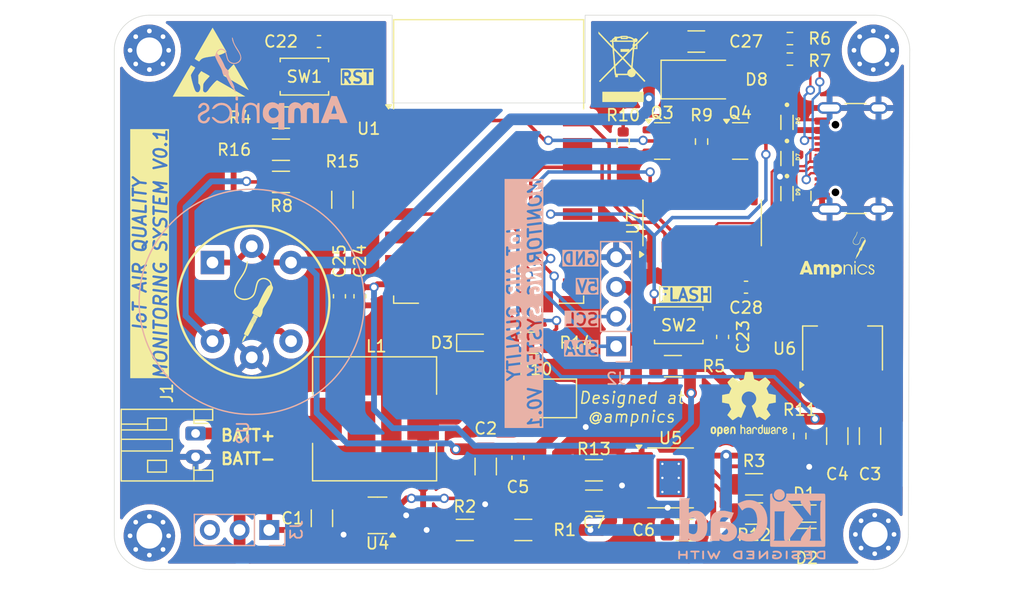
<source format=kicad_pcb>
(kicad_pcb (version 20241229) (generator "pcbnew") (generator_version "9.0")
  (layers (0 "F.Cu" signal) (2 "B.Cu" signal) (13 "F.Paste" user) (15 "B.Paste" user) (5 "F.SilkS" user "F.Silkscreen") (7 "B.SilkS" user "B.Silkscreen") (1 "F.Mask" user) (3 "B.Mask" user) (25 "Edge.Cuts" user))
  (net 0 "")
  (net 1 "VBATT")
  (net 2 "GND")
  (net 3 "+5V")
  (net 4 "+3.3V")
  (net 5 "RESET")
  (net 6 "IO0{slash}D3")
  (net 7 "MCU_3V3")
  (net 8 "Net-(U7-V3)")
  (net 9 "Net-(D1-K)")
  (net 10 "Net-(D2-K)")
  (net 11 "Net-(D3-A)")
  (net 12 "VBUS")
  (net 13 "D+")
  (net 14 "Net-(D10-A)")
  (net 15 "SCL{slash}IO5")
  (net 16 "SDA{slash}IO4")
  (net 17 "Net-(J23-CC1)")
  (net 19 "Net-(J23-CC2)")
  (net 21 "RTS")
  (net 22 "Net-(Q3-B)")
  (net 23 "DTR")
  (net 24 "Net-(Q4-B)")
  (net 25 "Net-(U4-FB)")
  (net 26 "Net-(U5-~{CHRG})")
  (net 27 "AO")
  (net 28 "Net-(U5-~{STDBY})")
  (net 29 "Net-(U5-PROG)")
  (net 30 "LED{slash}IO14")
  (net 31 "Net-(U1-EN)")
  (net 33 "TXD")
  (net 42 "EXT{slash}IO13")
  (net 44 "RXD")
  (net 54 "D-")
  (net 56 "VBATT{slash}PWR")
  (net 57 "Net-(U2-A1)")
  (footprint "Resistor_SMD:R_1206_3216Metric" (layer "F.Cu") (at 135.6875 114.1 180)
    (property "Reference" "R12")
    (property "Value" "1K")
  )
  (footprint "Resistor_SMD:R_1206_3216Metric" (layer "F.Cu") (at 110.9625 115.5 180)
    (property "Reference" "R2")
    (property "Value" "R")
  )
  (footprint "Capacitor_SMD:C_0603_1608Metric" (layer "F.Cu") (at 102 95.525 90)
    (property "Reference" "C24")
    (property "Value" "0.1uf")
  )
  (footprint "Capacitor_SMD:C_1206_3216Metric" (layer "F.Cu") (at 130.75 73.75)
    (property "Reference" "C27")
    (property "Value" "10uF/25V")
  )
  (footprint "Package_TO_SOT_SMD:SOT-223-3_TabPin2" (layer "F.Cu") (at 143.25 99.975 90)
    (property "Reference" "U6")
    (property "Value" "AMS1117-3.3")
  )
  (footprint "Resistor_SMD:R_1206_3216Metric" (layer "F.Cu") (at 115.9625 115.5 180)
    (property "Reference" "R1")
    (property "Value" "R")
  )
  (footprint "Symbol:OSHW-Logo2_7.3x6mm_SilkScreen" (layer "F.Cu") (at 135.25 104.75)
    (property "Reference" "REF**" (hide yes))
    (property "Value" "OSHW-Logo2_7.3x6mm_SilkScreen" (hide yes))
  )
  (footprint "Diode_SMD:D_SMA" (layer "F.Cu") (at 117 104.25 180)
    (property "Reference" "D10")
    (property "Value" "SS34")
  )
  (footprint "Capacitor_SMD:C_1206_3216Metric" (layer "F.Cu") (at 129.75 115.5 180)
    (property "Reference" "C6")
    (property "Value" "10uF")
  )
  (footprint "RF_Module:ESP-12E" (layer "F.Cu") (at 113 84)
    (property "Reference" "U1")
    (property "Value" "ESP-12E")
  )
  (footprint "Resistor_SMD:R_0603_1608Metric" (layer "F.Cu") (at 139.6 107.475 -90)
    (property "Reference" "R11")
    (property "Value" "0E")
  )
  (footprint "Button_Switch_SMD:SW_Push_SPST_NO_Alps_SKRK" (layer "F.Cu") (at 97.25 76.75)
    (property "Reference" "SW1")
    (property "Value" "SW_Push")
  )
  (footprint "LESD5D5.0CT1G:TVS_LESD5D5.0CT1G" (layer "F.Cu") (at 138.5 86.75 -90)
    (property "Reference" "D9")
    (property "Value" "LESD5D5.0CT1G")
  )
  (footprint "Logos:ampnics_10x10mm" (layer "F.Cu") (at 142.8 93.3)
    (property "Reference" "G***" (hide yes))
    (property "Value" "LOGO" (hide yes))
  )
  (footprint "Package_SO:SOIC-8-1EP_3.9x4.9mm_P1.27mm_EP2.41x3.3mm_ThermalVias" (layer "F.Cu") (at 128.55 111.05)
    (property "Reference" "U5")
    (property "Value" "TP4056-42-ESOP8")
  )
  (footprint "Resistor_SMD:R_0603_1608Metric" (layer "F.Cu") (at 124.5 82.3 -90)
    (property "Reference" "R10")
    (property "Value" "10k")
  )
  (footprint "Custom_logos:iron_10x10mm" (layer "F.Cu") (at 92.9 96)
    (property "Reference" "G***" (hide yes))
    (property "Value" "LOGO" (hide yes))
  )
  (footprint "LED_SMD:LED_0603_1608Metric" (layer "F.Cu") (at 140.1875 114.1)
    (property "Reference" "D1")
    (property "Value" "GREEN")
  )
  (footprint "Inductor_SMD:L_10.4x10.4_H4.8" (layer "F.Cu") (at 103.25 106)
    (property "Reference" "L1")
    (property "Value" "L")
  )
  (footprint "Resistor_SMD:R_1206_3216Metric" (layer "F.Cu") (at 100.5 87.275 -90)
    (property "Reference" "R15")
    (property "Value" "10k")
  )
  (footprint "Symbol:WEEE-Logo_4.2x6mm_SilkScreen" (layer "F.Cu") (at 124.5 75.9)
    (property "Reference" "REF**" (hide yes))
    (property "Value" "WEEE-Logo_4.2x6mm_SilkScreen" (hide yes))
  )
  (footprint "MountingHole:MountingHole_2.2mm_M2_Pad_Via" (layer "F.Cu") (at 84 116)
    (property "Reference" "REFe" (hide yes))
    (property "Value" "MountingHole_2.2mm_M2_Pad_Via")
  )
  (footprint "Capacitor_SMD:C_0603_1608Metric" (layer "F.Cu") (at 135 94.75 180)
    (property "Reference" "C28")
    (property "Value" "10nf")
  )
  (footprint "Resistor_SMD:R_1206_3216Metric" (layer "F.Cu") (at 95.25 80.25)
    (property "Reference" "R4")
    (property "Value" "10K")
  )
  (footprint "Resistor_SMD:R_1206_3216Metric" (layer "F.Cu") (at 135.6875 111.6 180)
    (property "Reference" "R3")
    (property "Value" "1K")
  )
  (footprint "Capacitor_SMD:C_1206_3216Metric" (layer "F.Cu") (at 112.75 110.075 -90)
    (property "Reference" "C2")
    (property "Value" "22uF")
  )
  (footprint "Package_TO_SOT_SMD:SOT-23" (layer "F.Cu") (at 127.833333 82.25)
    (property "Reference" "Q3")
    (property "Value" "SS8050")
  )
  (footprint "LESD5D5.0CT1G:TVS_LESD5D5.0CT1G" (layer "F.Cu") (at 138.5 80.66 -90)
    (property "Reference" "D6")
    (property "Value" "LESD5D5.0CT1G")
  )
  (footprint "MountingHole:MountingHole_2.2mm_M2_Pad_Via" (layer "F.Cu") (at 146 115.87868)
    (property "Reference" "REFe" (hide yes))
    (property "Value" "MountingHole_2.2mm_M2_Pad_Via")
  )
  (footprint "Resistor_SMD:R_1206_3216Metric" (layer "F.Cu") (at 122 110.4)
    (property "Reference" "R13")
    (property "Value" "1K2")
  )
  (footprint "Capacitor_SMD:C_1206_3216Metric" (layer "F.Cu") (at 98.75 114.5 -90)
    (property "Reference" "C1")
    (property "Value" "22uF")
  )
  (footprint "Resistor_SMD:R_1206_3216Metric" (layer "F.Cu") (at 95.25 83 180)
    (property "Reference" "R16")
    (property "Value" "1K")
  )
  (footprint "LED_SMD:LED_0603_1608Metric" (layer "F.Cu") (at 111.75 99.5)
    (property "Reference" "D3")
    (property "Value" "RED")
  )
  (footprint "Capacitor_SMD:C_1206_3216Metric" (layer "F.Cu") (at 122 113 180)
    (property "Reference" "C7")
    (property "Value" "10uF")
  )
  (footprint "Capacitor_SMD:C_0603_1608Metric" (layer "F.Cu") (at 98.5 73.75)
    (property "Reference" "C22")
    (property "Value" "0.1uf")
  )
  (footprint "Resistor_SMD:R_1206_3216Metric" (layer "F.Cu") (at 128.75 101.5 180)
    (property "Reference" "R5")
    (property "Value" "10K")
  )
  (footprint "Package_SO:SOIC-16_3.9x9.9mm_P1.27mm" (layer "F.Cu") (at 131.25 89.25 90)
    (property "Reference" "U7")
    (property "Value" "CH340C")
  )
  (footprint "Button_Switch_SMD:SW_Push_SPST_NO_Alps_SKRK" (layer "F.Cu") (at 129.25 98 180)
    (property "Reference" "SW2")
    (property "Value" "SW_Push")
  )
  (footprint "Resistor_SMD:R_0603_1608Metric" (layer "F.Cu") (at 138.75 73.5 180)
    (property "Reference" "R6")
    (property "Value" "5.1K")
  )
  (footprint "Resistor_SMD:R_1206_3216Metric" (layer "F.Cu") (at 95.25 85.75)
    (property "Reference" "R8")
    (property "Value" "4.7K")
  )
  (footprint "Resistor_SMD:R_0603_1608Metric" (layer "F.Cu") (at 131.2 82.3 -90)
    (property "Reference" "R9")
    (property "Value" "10k")
  )
  (footprint "MountingHole:MountingHole_2.2mm_M2_Pad_Via" (layer "F.Cu") (at 84 74.5)
    (property "Reference" "REFe" (hide yes))
    (property "Value" "MountingHole_2.2mm_M2_Pad_Via")
  )
  (footprint "Diode_SMD:D_SMA" (layer "F.Cu") (at 131.25 77)
    (property "Reference" "D8")
    (property "Value" "SS34")
  )
  (footprint "Resistor_SMD:R_0603_1608Metric" (layer "F.Cu") (at 138.75 75.25 180)
    (property "Reference" "R7")
    (property "Value" "5.1K")
  )
  (footprint "Package_TO_SOT_SMD:SOT-23-6" (layer "F.Cu") (at 103.5 114.25 180)
    (property "Reference" "U4")
    (property "Value" "MT3608")
  )
  (footprint "Capacitor_SMD:C_1206_3216Metric" (layer "F.Cu") (at 142.8 107.475 -90)
    (property "Reference" "C4")
    (property "Value" "10uF")
  )
  (footprint "MountingHole:MountingHole_2.2mm_M2_Pad_Via" (layer "F.Cu") (at 145.87868 74.5)
    (property "Reference" "REFe" (hide yes))
    (property "Value" "MountingHole_2.2mm_M2_Pad_Via")
  )
  (footprint "Capacitor_SMD:C_1206_3216Metric" (layer "F.Cu") (at 145.6 107.475 -90)
    (property "Reference" "C3")
    (property "Value" "10uF")
  )
  (footprint "Capacitor_SMD:C_0603_1608Metric" (layer "F.Cu") (at 100.25 95.525 90)
    (property "Reference" "C25")
    (property "Value" "0.1uf")
  )
  (footprint "Capacitor_SMD:C_0603_1608Metric" (layer "F.Cu") (at 115.5 109.325 -90)
    (property "Reference" "C5")
    (property "Value" "0.1uF")
  )
  (footprint "LED_SMD:LED_0603_1608Metric" (layer "F.Cu") (at 140.1875 116.1)
    (property "Reference" "D2")
    (property "Value" "RED")
  )
  (footprint "Capacitor_SMD:C_0603_1608Metric" (layer "F.Cu") (at 133 99 -90)
    (property "Reference" "C23")
    (property "Value" "0.1uf")
  )
  (footprint "Resistor_SMD:R_1206_3216Metric" (layer "F.Cu") (at 116.5 99.5)
    (property "Reference" "R14")
    (property "Value" "220E")
  )
  (footprint "Connector_JST:JST_PH_S2B-PH-K_1x02_P2.00mm_Horizontal" (layer "F.Cu") (at 87.95 107.25 -90)
    (property "Reference" "J1")
    (property "Value" "Conn_01x02_Pin")
  )
  (footprint "LESD5D5.0CT1G:TVS_LESD5D5.0CT1G" (layer "F.Cu") (at 138.5 83.75 -90)
    (property "Reference" "D7")
    (property "Value" "LESD5D5.0CT1G")
  )
  (footprint "Connector_USB:USB_C_Receptacle_HCTL_HC-TYPE-C-16P-01A" (layer "F.Cu") (at 145.25 83.75 90)
    (property "Reference" "J23" (hide yes))
    (property "Value" "USB_C_Receptacle_USB2.0_16P")
  )
  (footprint "Symbol:ESD-Logo_6.6x6mm_SilkScreen" (layer "F.Cu") (at 89.25 75.5)
    (property "Reference" "REF**" (hide yes))
    (property "Value" "ESD-Logo_6.6x6mm_SilkScreen" (hide yes))
  )
  (footprint "Package_TO_SOT_SMD:SOT-23" (layer "F.Cu") (at 134.5 82.25)
    (property "Reference" "Q4")
    (property "Value" "SS8050")
  )
  (footprint "Logos:ampnics_20x20mm" (layer "B.Cu") (at 94.5 80 180)
    (property "Reference" "G***" (hide yes))
    (property "Value" "LOGO" (hide yes))
  )
  (footprint "Connector_PinHeader_2.54mm:PinHeader_1x03_P2.54mm_Vertical" (layer "B.Cu") (at 94.25 115.5 90)
    (property "Reference" "J3")
    (property "Value" "Conn_01x03_Pin")
  )
  (footprint "Symbol:KiCad-Logo2_5mm_SilkScreen" (layer "B.Cu") (at 135.5 115 180)
    (property "Reference" "REF**" (hide yes))
    (property "Value" "KiCad-Logo2_5mm_SilkScreen" (hide yes))
  )
  (footprint "Connector_PinSocket_2.54mm:PinSocket_1x04_P2.54mm_Vertical" (layer "B.Cu") (at 123.9 99.8)
    (property "Reference" "J2")
    (property "Value" "Conn_01x04_Pin")
  )
  (footprint "Sensor:MQ-6" (layer "B.Cu") (at 89.39 92.64 -90)
    (property "Reference" "U2")
    (property "Value" "MQ-135")
  )
  (gr_circle (center 92.9 96) (end 98.8 98.7) (stroke (width 0.2)) (fill no) (layer "F.SilkS"))
  (gr_arc (start 146 71.5) (mid 148.12132 72.37868) (end 149 74.5) (stroke (width 0.05)) (layer "Edge.Cuts"))
  (gr_line (start 121.25 79) (end 121.25 71.5) (stroke (width 0.05)) (layer "Edge.Cuts"))
  (gr_line (start 104.75 71.5) (end 104.75 79) (stroke (width 0.05)) (layer "Edge.Cuts"))
  (gr_line (start 148.87868 115.87868) (end 148.995756 74.5) (stroke (width 0.05)) (layer "Edge.Cuts"))
  (gr_line (start 81 74.5) (end 81 115.87868) (stroke (width 0.05)) (layer "Edge.Cuts"))
  (gr_line (start 121.25 71.5) (end 146 71.5) (stroke (width 0.05)) (layer "Edge.Cuts"))
  (gr_line (start 84 118.87868) (end 145.87868 118.87868) (stroke (width 0.05)) (layer "Edge.Cuts"))
  (gr_line (start 104.75 79) (end 121.25 79) (stroke (width 0.05)) (layer "Edge.Cuts"))
  (gr_line (start 84 71.5) (end 104.75 71.5) (stroke (width 0.05)) (layer "Edge.Cuts"))
  (gr_arc (start 148.87868 115.87868) (mid 148 118) (end 145.87868 118.87868) (stroke (width 0.05)) (layer "Edge.Cuts"))
  (gr_arc (start 81 74.5) (mid 81.87868 72.37868) (end 84 71.5) (stroke (width 0.05)) (layer "Edge.Cuts"))
  (gr_arc (start 84 118.87868) (mid 81.87868 118) (end 81 115.87868) (stroke (width 0.05)) (layer "Edge.Cuts"))
  (gr_text "BATT-" (at 90 110 0) (layer "F.SilkS") (effects (font (size 1 1) (thickness 0.2) (bold yes)) (justify left bottom)))
  (gr_text "BATT+" (at 90 108 0) (layer "F.SilkS") (effects (font (size 1 1) (thickness 0.2) (bold yes)) (justify left bottom)))
  (gr_text "FLASH" (at 127.4 96 0) (layer "F.SilkS" knockout) (effects (font (size 1 1) (thickness 0.2) (bold yes)) (justify left bottom)))
  (gr_text "IoT AIR QUALITY\nMONITORING SYSTEM V0.1" (at 85.6 91.9 90) (layer "F.SilkS" knockout) (effects (font (size 1.1 1.1) (thickness 0.2) (bold yes) (italic yes)) (justify bottom)))
  (gr_text "RST" (at 100.2 77.4 0) (layer "F.SilkS" knockout) (effects (font (size 1 1) (thickness 0.2) (bold yes)) (justify left bottom)))
  (gr_text "Designed at\n@ampnics" (at 125.2 106.4 0) (layer "F.SilkS") (effects (font (size 1 1) (thickness 0.125) (italic yes)) (justify bottom)))
  (gr_text "IoT AIR QUALITY\nMONITORING SYSTEM V0.1" (at 117.6 96.12 90) (layer "B.SilkS" knockout) (effects (font (size 1.1 1.1) (thickness 0.2) (bold yes) (italic yes)) (justify bottom mirror)))
  (gr_text "5V" (at 122.5 95.3 0) (layer "B.SilkS" knockout) (effects (font (size 1 1) (thickness 0.2) (bold yes)) (justify left bottom mirror)))
  (gr_text "SDA\n" (at 122.5 100.6 0) (layer "B.SilkS" knockout) (effects (font (size 1 1) (thickness 0.2) (bold yes)) (justify left bottom mirror)))
  (gr_text "SCL" (at 122.5 98.1 0) (layer "B.SilkS" knockout) (effects (font (size 1 1) (thickness 0.2) (bold yes)) (justify left bottom mirror)))
  (gr_text "GND\n" (at 122.5 92.9 0) (layer "B.SilkS" knockout) (effects (font (size 1 1) (thickness 0.2) (bold yes)) (justify left bottom mirror)))
  (segment (start 91.71 117.01) (end 92.57768 117.87768) (width 1) (layer "F.Cu") (net 1))
  (segment (start 131.225 116.775) (end 131.225 115.5) (width 1) (layer "F.Cu") (net 1))
  (segment (start 87.95 107.25) (end 90.35 107.25) (width 1) (layer "F.Cu") (net 1))
  (segment (start 131.955 112.955) (end 132.2 113.2) (width 0.5) (layer "F.Cu") (net 1))
  (segment (start 132.2 115.3) (end 132 115.5) (width 0.5) (layer "F.Cu") (net 1))
  (segment (start 132.2 113.2) (end 132.2 115.3) (width 0.5) (layer "F.Cu") (net 1))
  (segment (start 91.71 108.61) (end 91.71 115.5) (width 1) (layer "F.Cu") (net 1))
  (segment (start 90.35 107.25) (end 91.71 108.61) (width 1) (layer "F.Cu") (net 1))
  (segment (start 92.57768 117.87768) (end 130.12232 117.87768) (width 1) (layer "F.Cu") (net 1))
  (segment (start 132 115.5) (end 131.225 115.5) (width 0.5) (layer "F.Cu") (net 1))
  (segment (start 91.71 115.5) (end 91.71 117.01) (width 1) (layer "F.Cu") (net 1))
  (segment (start 131.025 112.955) (end 131.955 112.955) (width 0.5) (layer "F.Cu") (net 1))
  (segment (start 130.12232 117.87768) (end 131.225 116.775) (width 1) (layer "F.Cu") (net 1))
  (segment (start 138.3 85.3) (end 138.5 85.5) (width 0.2) (layer "F.Cu") (net 2))
  (segment (start 100.6 115.9) (end 100.35 115.9) (width 0.3) (layer "F.Cu") (net 2))
  (segment (start 137.9 85.3) (end 138.3 85.3) (width 0.2) (layer "F.Cu") (net 2))
  (segment (start 100.35 115.9) (end 100.275 115.975) (width 0.3) (layer "F.Cu") (net 2))
  (segment (start 137.7 83.2) (end 137.7 83.5) (width 0.2) (layer "F.Cu") (net 2))
  (segment (start 105.95 114.25) (end 104.6375 114.25) (width 0.5) (layer "F.Cu") (net 2))
  (segment (start 100.275 115.975) (end 98.75 115.975) (width 0.3) (layer "F.Cu") (net 2))
  (segment (start 138.5 85.5) (end 138.5 86.09) (width 0.2) (layer "F.Cu") (net 2))
  (via (at 107.7 115.5) (size 0.8) (drill 0.5) (layers "F.Cu" "B.Cu") (net 2))
  (via (at 121.3 106.7) (size 0.8) (drill 0.5) (layers "F.Cu" "B.Cu") (net 2))
  (via (at 137.9 85.3) (size 0.8) (drill 0.5) (layers "F.Cu" "B.Cu") (net 2))
  (via (at 100.6 115.9) (size 0.8) (drill 0.5) (layers "F.Cu" "B.Cu") (net 2))
  (via (at 112.7 113.3) (size 0.8) (drill 0.5) (layers "F.Cu" "B.Cu") (net 2))
  (via (at 124.4 111.7) (size 0.8) (drill 0.5) (layers "F.Cu" "B.Cu") (net 2))
  (via (at 128.3 113.6) (size 0.8) (drill 0.5) (layers "F.Cu" "B.Cu") (net 2))
  (via (at 105.95 114.25) (size 0.8) (drill 0.5) (layers "F.Cu" "B.Cu") (net 2))
  (via (at 140.4 110.1) (size 0.8) (drill 0.5) (layers "F.Cu" "B.Cu") (net 2))
  (segment (start 126.075 112.955) (end 123.52 112.955) (width 1) (layer "F.Cu") (net 3))
  (segment (start 119 104.25) (end 119 106.8) (width 1) (layer "F.Cu") (net 3))
  (segment (start 125.6 95.4) (end 124.92 94.72) (width 1) (layer "F.Cu") (net 3))
  (segment (start 145.6 104.1) (end 145.6 106) (width 1) (layer "F.Cu") (net 3))
  (segment (start 133.3 109.145) (end 137.445 109.145) (width 0.5) (layer "F.Cu") (net 3))
  (segment (start 129.275 73.75) (end 129.275 76.975) (width 1) (layer "F.Cu") (net 3))
  (segment (start 123.52 112.955) (end 123.475 113) (width 1) (layer "F.Cu") (net 3))
  (segment (start 112.75 108.6) (end 110.2 108.6) (width 1) (layer "F.Cu") (net 3))
  (segment (start 125.6 102.9) (end 125.6 95.4) (width 1) (layer "F.Cu") (net 3))
  (segment (start 145.6 106) (end 146.5 106) (width 1) (layer "F.Cu") (net 3))
  (segment (start 126.7 77.6) (end 127.3 77) (width 1) (layer "F.Cu") (net 3))
  (segment (start 121.7 115.5) (end 117.425 115.5) (width 1) (layer "F.Cu") (net 3))
  (segment (start 147.8 110.7) (end 146 112.5) (width 1) (layer "F.Cu") (net 3))
  (segment (start 123.475 113) (end 123.475 114.725) (width 1) (layer "F.Cu") (net 3))
  (segment (start 140.975 113) (end 140.975 114.1) (width 1) (layer "F.Cu") (net 3))
  (segment (start 141.4 112.5) (end 141.4 112.575) (width 1) (layer "F.Cu") (net 3))
  (segment (start 126.7 78.6) (end 126.7 77.6) (width 1) (layer "F.Cu") (net 3))
  (segment (start 131.025 109.145) (end 133.3 109.145) (width 0.5) (layer "F.Cu") (net 3))
  (segment (start 117.425 115.5) (end 117.425 108.725) (width 1) (layer "F.Cu") (net 3))
  (segment (start 145.55 104.05) (end 145.6 104.1) (width 1) (layer "F.Cu") (net 3))
  (segment (start 112.75 108.6) (end 115.45 108.6) (width 1) (layer "F.Cu") (net 3))
  (segment (start 91.36 92.64) (end 92.75 91.25) (width 0.5) (layer "F.Cu") (net 3))
  (segment (start 89.39 92.64) (end 91.36 92.64) (width 0.5) (layer "F.Cu") (net 3))
  (segment (start 96.11 92.64) (end 94.14 92.64) (width 0.5) (layer "F.Cu") (net 3))
  (segment (start 140.975 116.1) (end 140.975 114.1) (width 0.5) (layer "F.Cu") (net 3))
  (segment (start 124.92 94.72) (end 123.9 94.72) (width 1) (layer "F.Cu") (net 3))
  (segment (start 147.8 107.3) (end 147.8 110.7) (width 1) (layer "F.Cu") (net 3))
  (segment (start 117.425 108.725) (end 117.25 108.55) (width 1) (layer "F.Cu") (net 3))
  (segment (start 145.55 103.125) (end 145.55 104.05) (width 1) (layer "F.Cu") (net 3))
  (segment (start 146.5 106) (end 147.8 107.3) (width 1) (layer "F.Cu") (net 3))
  (segment (start 141.4 112.575) (end 140.975 113) (width 1) (layer "F.Cu") (net 3))
  (segment (start 115.45 108.6) (end 115.5 108.55) (width 1) (layer "F.Cu") (net 3))
  (segment (start 119 104.25) (end 124.25 104.25) (width 1) (layer "F.Cu") (net 3))
  (segment (start 140.975 112.675) (end 140.975 113) (width 0.5) (layer "F.Cu") (net 3))
  (segment (start 94.14 92.64) (end 92.75 91.25) (width 0.5) (layer "F.Cu") (net 3))
  (segment (start 124.25 104.25) (end 125.6 102.9) (width 1) (layer "F.Cu") (net 3))
  (segment (start 129.275 76.975) (end 129.25 77) (width 1) (layer "F.Cu") (net 3))
  (segment (start 122.7 115.5) (end 121.7 115.5) (width 1) (layer "F.Cu") (net 3))
  (segment (start 127.3 77) (end 129.25 77) (width 1) (layer "F.Cu") (net 3))
  (segment (start 123.475 114.725) (end 122.7 115.5) (width 1) (layer "F.Cu") (net 3))
  (segment (start 146 112.5) (end 141.4 112.5) (width 1) (layer "F.Cu") (net 3))
  (segment (start 137.445 109.145) (end 140.975 112.675) (width 0.5) (layer "F.Cu") (net 3))
  (segment (start 119 106.8) (end 117.25 108.55) (width 1) (layer "F.Cu") (net 3))
  (segment (start 117.25 108.55) (end 115.5 108.55) (width 1) (layer "F.Cu") (net 3))
  (via (at 133.3 109.145) (size 0.8) (drill 0.5) (layers "F.Cu" "B.Cu") (net 3))
  (via (at 121.7 115.5) (size 0.8) (drill 0.5) (layers "F.Cu" "B.Cu") (net 3))
  (via (at 110.2 108.6) (size 0.8) (drill 0.5) (layers "F.Cu" "B.Cu") (net 3))
  (via (at 126.7 78.6) (size 0.8) (drill 0.5) (layers "F.Cu" "B.Cu") (net 3))
  (segment (start 97.24 92.64) (end 98.3 93.7) (width 0.5) (layer "B.Cu") (net 3))
  (segment (start 125.8 80.4) (end 114.9 80.4) (width 1) (layer "B.Cu") (net 3))
  (segment (start 98.3 93.7) (end 98.3 105.5) (width 0.5) (layer "B.Cu") (net 3))
  (segment (start 126.7 78.6) (end 126.7 79.5) (width 1) (layer "B.Cu") (net 3))
  (segment (start 98.3 105.5) (end 100.9 108.1) (width 0.5) (layer "B.Cu") (net 3))
  (segment (start 121.7 115.5) (end 131.8 115.5) (width 1) (layer "B.Cu") (net 3))
  (segment (start 131.8 115.5) (end 133.3 114) (width 1) (layer "B.Cu") (net 3))
  (segment (start 126.7 79.5) (end 125.8 80.4) (width 1) (layer "B.Cu") (net 3))
  (segment (start 114.9 80.4) (end 102.66 92.64) (width 1) (layer "B.Cu") (net 3))
  (segment (start 96.11 92.64) (end 97.24 92.64) (width 0.5) (layer "B.Cu") (net 3))
  (segment (start 133.3 114) (end 133.3 109.145) (width 1) (layer "B.Cu") (net 3))
  (segment (start 100.9 108.1) (end 109.7 108.1) (width 0.5) (layer "B.Cu") (net 3))
  (segment (start 102.66 92.64) (end 96.11 92.64) (width 1) (layer "B.Cu") (net 3))
  (segment (start 109.7 108.1) (end 110.2 108.6) (width 0.5) (layer "B.Cu") (net 3))
  (segment (start 143.25 103.125) (end 143.25 96.825) (width 1) (layer "F.Cu") (net 4))
  (segment (start 143.25 104.45) (end 143.25 103.125) (width 1) (layer "F.Cu") (net 4))
  (segment (start 126.8 84.9) (end 126.805 84.905) (width 0.3) (layer "F.Cu") (net 4))
  (segment (start 142.8 106) (end 142.8 104.9) (width 1) (layer "F.Cu") (net 4))
  (segment (start 139.6 106.65) (end 139.6 106) (width 1) (layer "F.Cu") (net 4))
  (segment (start 140.9 106) (end 142.8 106) (width 1) (layer "F.Cu") (net 4))
  (segment (start 126.805 86.775) (end 126.805 84.905) (width 0.3) (layer "F.Cu") (net 4))
  (segment (start 139.6 106) (end 140.9 106) (width 1) (layer "F.Cu") (net 4))
  (segment (start 142.8 104.9) (end 143.25 104.45) (width 1) (layer "F.Cu") (net 4))
  (via (at 126.8 84.9) (size 0.8) (drill 0.5) (layers "F.Cu" "B.Cu") (net 4))
  (via (at 140.9 106) (size 0.8) (drill 0.5) (layers "F.Cu" "B.Cu") (net 4))
  (segment (start 118.1 84.9) (end 115.5 87.5) (width 0.3) (layer "B.Cu") (net 4))
  (segment (start 137.4 102.4) (end 141 106) (width 0.3) (layer "B.Cu") (net 4))
  (segment (start 119.2 102.4) (end 137.4 102.4) (width 0.3) (layer "B.Cu") (net 4))
  (segment (start 115.5 87.5) (end 115.5 98.7) (width 0.3) (layer "B.Cu") (net 4))
  (segment (start 126.8 84.9) (end 118.1 84.9) (width 0.3) (layer "B.Cu") (net 4))
  (segment (start 115.5 98.7) (end 119.2 102.4) (width 0.3) (layer "B.Cu") (net 4))
  (segment (start 105.4 80.5) (end 100.35 80.5) (width 0.3) (layer "F.Cu") (net 5))
  (segment (start 116.1 80.5) (end 105.4 80.5) (width 0.3) (layer "F.Cu") (net 5))
  (segment (start 117.8 82.2) (end 116.1 80.5) (width 0.3) (layer "F.Cu") (net 5))
  (segment (start 98.65 80.25) (end 99.35 79.55) (width 0.3) (layer "F.Cu") (net 5))
  (segment (start 126.25 82.25) (end 126.2 82.2) (width 0.3) (layer "F.Cu") (net 5))
  (segment (start 99.275 76.675) (end 99.35 76.75) (width 0.3) (layer "F.Cu") (net 5))
  (segment (start 99.35 79.5) (end 99.35 76.75) (width 0.3) (layer "F.Cu") (net 5))
  (segment (start 99.35 79.55) (end 99.35 79.5) (width 0.3) (layer "F.Cu") (net 5))
  (segment (start 100.35 80.5) (end 99.35 79.5) (width 0.3) (layer "F.Cu") (net 5))
  (segment (start 96.7125 80.25) (end 98.65 80.25) (width 0.3) (layer "F.Cu") (net 5))
  (segment (start 99.275 73.75) (end 99.275 76.675) (width 0.3) (layer "F.Cu") (net 5))
  (segment (start 128.770833 82.25) (end 126.25 82.25) (width 0.3) (layer "F.Cu") (net 5))
  (segment (start 118.1 82.2) (end 117.8 82.2) (width 0.3) (layer "F.Cu") (net 5))
  (via (at 118.1 82.2) (size 0.8) (drill 0.5) (layers "F.Cu" "B.Cu") (net 5))
  (via (at 126.2 82.2) (size 0.8) (drill 0.5) (layers "F.Cu" "B.Cu") (net 5))
  (segment (start 118.1 82.2) (end 126.2 82.2) (width 0.3) (layer "B.Cu") (net 5))
  (segment (start 127.2875 101.5) (end 127.1 101.3125) (width 0.3) (layer "F.Cu") (net 6))
  (segment (start 127.1 101.3125) (end 127.1 98.05) (width 0.3) (layer "F.Cu") (net 6))
  (segment (start 127.15 95.25) (end 127.2 95.2) (width 0.3) (layer "F.Cu") (net 6))
  (segment (start 127.15 95.3) (end 127.15 95.25) (width 0.3) (layer "F.Cu") (net 6))
  (segment (start 120.6 88.5) (end 118.6 88.5) (width 0.3) (layer "F.Cu") (net 6))
  (segment (start 127.15 98) (end 127.15 95.3) (width 0.3) (layer "F.Cu") (net 6))
  (segment (start 136.7 82.5) (end 136.7 83.4) (width 0.3) (layer "F.Cu") (net 6))
  (segment (start 136.45 82.25) (end 136.6 82.4) (width 0.3) (layer "F.Cu") (net 6))
  (segment (start 127.15 98.65) (end 127.15 98) (width 0.3) (layer "F.Cu") (net 6))
  (segment (start 128.275 99.775) (end 127.15 98.65) (width 0.3) (layer "F.Cu") (net 6))
  (segment (start 136.6 82.4) (end 136.7 82.5) (width 0.3) (layer "F.Cu") (net 6))
  (segment (start 133 99.775) (end 128.275 99.775) (width 0.3) (layer "F.Cu") (net 6))
  (segment (start 135.4375 82.25) (end 136.45 82.25) (width 0.3) (layer "F.Cu") (net 6))
  (segment (start 127.1 98.05) (end 127.15 98) (width 0.3) (layer "F.Cu") (net 6))
  (via (at 136.7 83.4) (size 0.8) (drill 0.5) (layers "F.Cu" "B.Cu") (net 6))
  (via (at 118.3 88.5) (size 0.8) (drill 0.5) (layers "F.Cu" "B.Cu") (net 6))
  (via (at 127.15 95.3) (size 0.8) (drill 0.5) (layers "F.Cu" "B.Cu") (net 6))
  (segment (start 136.7 87.3) (end 136.7 83.4) (width 0.3) (layer "B.Cu") (net 6))
  (segment (start 128.7 88.8) (end 135.2 88.8) (width 0.3) (layer "B.Cu") (net 6))
  (segment (start 127.15 90.35) (end 127.15 95.3) (width 0.3) (layer "B.Cu") (net 6))
  (segment (start 135.2 88.8) (end 136.7 87.3) (width 0.3) (layer "B.Cu") (net 6))
  (segment (start 125.3 88.5) (end 127.15 90.35) (width 0.3) (layer "B.Cu") (net 6))
  (segment (start 127.15 90.35) (end 128.7 88.8) (width 0.3) (layer "B.Cu") (net 6))
  (segment (start 118.3 88.5) (end 125.3 88.5) (width 0.3) (layer "B.Cu") (net 6))
  (segment (start 118.3 88.5) (end 118.6 88.5) (width 0.3) (layer "B.Cu") (net 6))
  (segment (start 93.7875 80.25) (end 92.85 80.25) (width 0.5) (layer "F.Cu") (net 7))
  (segment (start 91.2 86.5) (end 93.4375 88.7375) (width 0.5) (layer "F.Cu") (net 7))
  (segment (start 91.2 81.9) (end 91.2 86.5) (width 0.5) (layer "F.Cu") (net 7))
  (segment (start 100.5 93.4) (end 100.25 93.65) (width 0.5) (layer "F.Cu") (net 7))
  (segment (start 100.5 88.7375) (end 100.5 93.4) (width 0.5) (layer "F.Cu") (net 7))
  (segment (start 100.25 93.65) (end 100.25 94.75) (width 0.5) (layer "F.Cu") (net 7))
  (segment (start 92.85 80.25) (end 91.2 81.9) (width 0.5) (layer "F.Cu") (net 7))
  (segment (start 103.2 94.75) (end 103.25 94.75) (width 0.5) (layer "F.Cu") (net 7))
  (segment (start 139.6 108.3) (end 138.7 108.3) (width 1) (layer "F.Cu") (net 7))
  (segment (start 138.7 108.3) (end 131.9 101.5) (width 1) (layer "F.Cu") (net 7))
  (segment (start 93.4375 88.7375) (end 100.5 88.7375) (width 0.5) (layer "F.Cu") (net 7))
  (segment (start 130.2125 101.5) (end 130.2125 103.7125) (width 1) (layer "F.Cu") (net 7))
  (segment (start 103.5 94.5) (end 105.4 94.5) (width 0.5) (layer "F.Cu") (net 7))
  (segment (start 100.25 94.75) (end 103.2 94.75) (width 0.5) (layer "F.Cu") (net 7))
  (segment (start 103.25 94.75) (end 103.5 94.5) (width 0.5) (layer "F.Cu") (net 7))
  (segment (start 131.9 101.5) (end 130.2125 101.5) (width 1) (layer "F.Cu") (net 7))
  (segment (start 130.2125 103.7125) (end 130.3 103.8) (width 1) (layer "F.Cu") (net 7))
  (via (at 130.3 103.8) (size 0.8) (drill 0.5) (layers "F.Cu" "B.Cu") (net 7))
  (via (at 103.2 94.75) (size 0.8) (drill 0.5) (layers "F.Cu" "B.Cu") (net 7))
  (segment (start 128.3 108.3) (end 129.3 107.3) (width 0.5) (layer "B.Cu") (net 7))
  (segment (start 129.3 107.3) (end 130.3 106.3) (width 0.5) (layer "B.Cu") (net 7))
  (segment (start 103.2 94.75) (end 103.2 105.2) (width 0.5) (layer "B.Cu") (net 7))
  (segment (start 104.8 106.8) (end 110.3 106.8) (width 0.5) (layer "B.Cu") (net 7))
  (segment (start 124 108.3) (end 128.3 108.3) (width 0.5) (layer "B.Cu") (net 7))
  (segment (start 111.8 108.3) (end 124 108.3) (width 0.5) (layer "B.Cu") (net 7))
  (segment (start 130.3 106.3) (end 130.3 103.8) (width 0.5) (layer "B.Cu") (net 7))
  (segment (start 103.2 105.2) (end 104.8 106.8) (width 0.5) (layer "B.Cu") (net 7))
  (segment (start 110.3 106.8) (end 111.8 108.3) (width 0.5) (layer "B.Cu") (net 7))
  (segment (start 130.3 103.8) (end 130.3 103.7) (width 0.5) (layer "B.Cu") (net 7))
  (segment (start 130.615 93.815) (end 131.55 94.75) (width 0.3) (layer "F.Cu") (net 8))
  (segment (start 130.615 91.725) (end 130.615 93.815) (width 0.3) (layer "F.Cu") (net 8))
  (segment (start 131.55 94.75) (end 134.225 94.75) (width 0.3) (layer "F.Cu") (net 8))
  (segment (start 139.4 112.6) (end 139.4 114.1) (width 0.3) (layer "F.Cu") (net 9))
  (segment (start 137.15 111.6) (end 138.4 111.6) (width 0.3) (layer "F.Cu") (net 9))
  (segment (start 138.4 111.6) (end 139.4 112.6) (width 0.3) (layer "F.Cu") (net 9))
  (segment (start 137.9 116.1) (end 139.4 116.1) (width 0.3) (layer "F.Cu") (net 10))
  (segment (start 137.15 114.1) (end 137.15 115.35) (width 0.3) (layer "F.Cu") (net 10))
  (segment (start 137.15 115.35) (end 137.9 116.1) (width 0.3) (layer "F.Cu") (net 10))
  (segment (start 112.5375 99.5) (end 115.0375 99.5) (width 0.3) (layer "F.Cu") (net 11))
  (segment (start 133.25 77) (end 133.6 77) (width 0.5) (layer "F.Cu") (net 12))
  (segment (start 142.108281 81.35) (end 143 82.241719) (width 0.3) (layer "F.Cu") (net 12))
  (segment (start 138.5 81.32) (end 141.475 81.32) (width 0.5) (layer "F.Cu") (net 12))
  (segment (start 133.6 77) (end 137.92 81.32) (width 0.5) (layer "F.Cu") (net 12))
  (segment (start 137.92 81.32) (end 138.5 81.32) (width 0.5) (layer "F.Cu") (net 12))
  (segment (start 143 82.241719) (end 143 85.259534) (width 0.3) (layer "F.Cu") (net 12))
  (segment (start 143 85.259534) (end 142.109534 86.15) (width 0.3) (layer "F.Cu") (net 12))
  (segment (start 141.475 81.32) (end 141.505 81.35) (width 0.5) (layer "F.Cu") (net 12))
  (segment (start 142.109534 86.15) (end 141.505 86.15) (width 0.3) (layer "F.Cu") (net 12))
  (segment (start 141.505 81.35) (end 142.108281 81.35) (width 0.3) (layer "F.Cu") (net 12))
  (segment (start 140.385001 84.024999) (end 141.480001 84.024999) (width 0.2) (layer "F.Cu") (net 13))
  (segment (start 141.480001 84.024999) (end 141.505 84) (width 0.2) (layer "F.Cu") (net 13))
  (segment (start 140.341218 84.068782) (end 140.385001 84.024999) (width 0.2) (layer "F.Cu") (net 13))
  (segment (start 141.505 84) (end 140.5 84) (width 0.2) (layer "F.Cu") (net 13))
  (segment (start 138.5 84.41) (end 139.289732 84.41) (width 0.2) (layer "F.Cu") (net 13))
  (segment (start 136.906802 89.275) (end 132.625 89.275) (width 0.2) (layer "F.Cu") (net 13))
  (segment (start 131.885 90.015) (end 131.885 91.725) (width 0.2) (layer "F.Cu") (net 13))
  (segment (start 137.2 84.9) (end 137.2 88.981802) (width 0.2) (layer "F.Cu") (net 13))
  (segment (start 140.5 83) (end 141.505 83) (width 0.2) (layer "F.Cu") (net 13))
  (segment (start 137.2 88.981802) (end 136.906802 89.275) (width 0.2) (layer "F.Cu") (net 13))
  (segment (start 132.625 89.275) (end 131.885 90.015) (width 0.2) (layer "F.Cu") (net 13))
  (segment (start 140.5 84) (end 140.5 83) (width 0.2) (layer "F.Cu") (net 13))
  (segment (start 138.5 84.41) (end 137.69 84.41) (width 0.2) (layer "F.Cu") (net 13))
  (segment (start 140 84.41) (end 140.341218 84.068782) (width 0.2) (layer "F.Cu") (net 13))
  (segment (start 139.289732 84.41) (end 140 84.41) (width 0.2) (layer "F.Cu") (net 13))
  (segment (start 137.69 84.41) (end 137.2 84.9) (width 0.2) (layer "F.Cu") (net 13))
  (segment (start 107.4 106) (end 107.4 111.8) (width 1) (layer "F.Cu") (net 14))
  (segment (start 104.6375 115.2) (end 106.4 115.2) (width 0.5) (layer "F.Cu") (net 14))
  (segment (start 111.95 104.25) (end 110.2 106) (width 1) (layer "F.Cu") (net 14))
  (segment (start 110.2 106) (end 107.4 106) (width 1) (layer "F.Cu") (net 14))
  (segment (start 106.4 115.2) (end 107.4 114.2) (width 0.5) (layer "F.Cu") (net 14))
  (segment (start 115 104.25) (end 111.95 104.25) (width 1) (layer "F.Cu") (net 14))
  (segment (start 107.4 114.2) (end 107.4 111.8) (width 0.5) (layer "F.Cu") (net 14))
  (segment (start 116.6 91.8) (end 116.6 85.5) (width 0.3) (layer "F.Cu") (net 15))
  (segment (start 118.6 93.8) (end 118.549998 93.8) (width 0.3) (layer "F.Cu") (net 15))
  (segment (start 118.549998 93.8) (end 118.4 93.650002) (width 0.3) (layer "F.Cu") (net 15))
  (segment (start 118.4 93.650002) (end 118.4 93.6) (width 0.3) (layer "F.Cu") (net 15))
  (segment (start 116.6 85.5) (end 117.6 84.5) (width 0.3) (layer "F.Cu") (net 15))
  (segment (start 118.4 93.6) (end 116.6 91.8) (width 0.3) (layer "F.Cu") (net 15))
  (segment (start 117.6 84.5) (end 120.6 84.5) (width 0.3) (layer "F.Cu") (net 15))
  (via (at 118.6 93.8) (size 0.8) (drill 0.5) (layers "F.Cu" "B.Cu") (net 15))
  (segment (start 123.9 97.26) (end 120.76 97.26) (width 0.3) (layer "B.Cu") (net 15))
  (segment (start 120.76 97.26) (end 118.6 95.1) (width 0.3) (layer "B.Cu") (net 15))
  (segment (start 118.6 95.1) (end 118.6 93.8) (width 0.3) (layer "B.Cu") (net 15))
  (segment (start 120.6 86.5) (end 118.1 86.5) (width 0.3) (layer "F.Cu") (net 16))
  (segment (start 118.1 86.5) (end 117.4 87.2) (width 0.3) (layer "F.Cu") (net 16))
  (segment (start 120.6 86.5) (end 121.3 86.5) (width 0.3) (layer "F.Cu") (net 16))
  (segment (start 117.2 90.6) (end 117.2 91.2) (width 0.3) (layer "F.Cu") (net 16))
  (segment (start 117.4 87.2) (end 117.2 87.4) (width 0.3) (layer "F.Cu") (net 16))
  (segment (start 117.2 87.4) (end 117.2 90.6) (width 0.3) (layer "F.Cu") (net 16))
  (segment (start 117.2 91.2) (end 118.3 92.3) (width 0.3) (layer "F.Cu") (net 16))
  (via (at 118.3 92.3) (size 0.8) (drill 0.5) (layers "F.Cu" "B.Cu") (net 16))
  (segment (start 117.7 95.2) (end 117.7 92.8) (width 0.3) (layer "B.Cu") (net 16))
  (segment (start 118.2 92.3) (end 118.3 92.3) (width 0.3) (layer "B.Cu") (net 16))
  (segment (start 122.3 99.8) (end 117.7 95.2) (width 0.3) (layer "B.Cu") (net 16))
  (segment (start 117.7 92.8) (end 118.2 92.3) (width 0.3) (layer "B.Cu") (net 16))
  (segment (start 123.9 99.8) (end 122.3 99.8) (width 0.3) (layer "B.Cu") (net 16))
  (segment (start 140.15 85.55) (end 140.1 85.6) (width 0.2) (layer "F.Cu") (net 17))
  (segment (start 141.3 77.2) (end 141.3 77.4) (width 0.2) (layer "F.Cu") (net 17))
  (segment (start 140.2 85.5) (end 140.15 85.55) (width 0.2) (layer "F.Cu") (net 17))
  (segment (start 141.505 85) (end 140.5442 85) (width 0.2) (layer "F.Cu") (net 17))
  (segment (start 139.575 73.5) (end 140.2 73.5) (width 0.2) (layer "F.Cu") (net 17))
  (segment (start 140.2 85.3442) (end 140.2 85.5) (width 0.2) (layer "F.Cu") (net 17))
  (segment (start 140.5442 85) (end 140.2 85.3442) (width 0.2) (layer "F.Cu") (net 17))
  (segment (start 141.3 74.6) (end 141.3 77.2) (width 0.2) (layer "F.Cu") (net 17))
  (segment (start 140.2 73.5) (end 141.3 74.6) (width 0.2) (layer "F.Cu") (net 17))
  (via (at 141.3 77.2) (size 0.8) (drill 0.5) (layers "F.Cu" "B.Cu") (net 17))
  (via (at 140.15 85.55) (size 0.8) (drill 0.5) (layers "F.Cu" "B.Cu") (net 17))
  (segment (start 140.15 83.45) (end 140.15 85.55) (width 0.2) (layer "B.Cu") (net 17))
  (segment (start 140.7 82.9) (end 140.15 83.45) (width 0.2) (layer "B.Cu") (net 17))
  (segment (start 141.3 78.1) (end 140.7 78.7) (width 0.2) (layer "B.Cu") (net 17))
  (segment (start 141.3 77.2) (end 141.3 78.1) (width 0.2) (layer "B.Cu") (net 17))
  (segment (start 140.7 78.7) (end 140.7 82.9) (width 0.2) (layer "B.Cu") (net 17))
  (segment (start 141.505 82) (end 140.2 82) (width 0.2) (layer "F.Cu") (net 19))
  (segment (start 140.2 82) (end 140 82.2) (width 0.2) (layer "F.Cu") (net 19))
  (segment (start 140.5 75.7) (end 140.5 77.9) (width 0.2) (layer "F.Cu") (net 19))
  (segment (start 139.575 75.25) (end 140.05 75.25) (width 0.2) (layer "F.Cu") (net 19))
  (segment (start 140.05 75.25) (end 140.5 75.7) (width 0.2) (layer "F.Cu") (net 19))
  (via (at 140 82.2) (size 0.8) (drill 0.5) (layers "F.Cu" "B.Cu") (net 19))
  (via (at 140.5 77.9) (size 0.8) (drill 0.5) (layers "F.Cu" "B.Cu") (net 19))
  (segment (start 140 78.4) (end 140.5 77.9) (width 0.2) (layer "B.Cu") (net 19))
  (segment (start 140 82.2) (end 140 78.4) (width 0.2) (layer "B.Cu") (net 19))
  (segment (start 129.345 83.845) (end 128.7 83.2) (width 0.3) (layer "F.Cu") (net 21))
  (segment (start 129.345 86.775) (end 129.345 83.845) (width 0.3) (layer "F.Cu") (net 21))
  (segment (start 124.575 83.2) (end 126.895833 83.2) (width 0.3) (layer "F.Cu") (net 21))
  (segment (start 128.7 83.2) (end 126.895833 83.2) (width 0.3) (layer "F.Cu") (net 21))
  (segment (start 124.5 83.125) (end 124.575 83.2) (width 0.3) (layer "F.Cu") (net 21))
  (segment (start 130.375 81.475) (end 130.2 81.3) (width 0.3) (layer "F.Cu") (net 22))
  (segment (start 130.2 81.3) (end 126.895833 81.3) (width 0.3) (layer "F.Cu") (net 22))
  (segment (start 131.2 81.475) (end 130.375 81.475) (width 0.3) (layer "F.Cu") (net 22))
  (segment (start 133.4875 83.125) (end 133.5625 83.2) (width 0.3) (layer "F.Cu") (net 23))
  (segment (start 130.615 86.775) (end 130.615 84.885) (width 0.3) (layer "F.Cu") (net 23))
  (segment (start 131.2 83.125) (end 133.4875 83.125) (width 0.3) (layer "F.Cu") (net 23))
  (segment (start 130.615 84.885) (end 131.2 84.3) (width 0.3) (layer "F.Cu") (net 23))
  (segment (start 131.2 84.3) (end 131.2 83.125) (width 0.3) (layer "F.Cu") (net 23))
  (segment (start 132.7 81.3) (end 131.5 80.1) (width 0.3) (layer "F.Cu") (net 24))
  (segment (start 131.5 80.1) (end 124.9 80.1) (width 0.3) (layer "F.Cu") (net 24))
  (segment (start 124.5 80.5) (end 124.5 81.475) (width 0.3) (layer "F.Cu") (net 24))
  (segment (start 124.9 80.1) (end 124.5 80.5) (width 0.3) (layer "F.Cu") (net 24))
  (segment (start 133.5625 81.3) (end 132.7 81.3) (width 0.3) (layer "F.Cu") (net 24))
  (segment (start 112.425 115.5) (end 114.5 115.5) (width 0.3) (layer "F.Cu") (net 25))
  (segment (start 110.6 112.8) (end 109.2 112.8) (width 0.3) (layer "F.Cu") (net 25))
  (segment (start 109.2 112.8) (end 109.1 112.8) (width 0.3) (layer "F.Cu") (net 25))
  (segment (start 105.5 113.3) (end 104.6375 113.3) (width 0.5) (layer "F.Cu") (net 25))
  (segment (start 112.425 115.5) (end 112.425 114.625) (width 0.3) (layer "F.Cu") (net 25))
  (segment (start 106.4 112.8) (end 106 112.8) (width 0.5) (layer "F.Cu") (net 25))
  (segment (start 112.425 114.625) (end 110.6 112.8) (width 0.3) (layer "F.Cu") (net 25))
  (segment (start 106 112.8) (end 105.5 113.3) (width 0.5) (layer "F.Cu") (net 25))
  (via (at 106.4 112.8) (size 0.8) (drill 0.5) (layers "F.Cu" "B.Cu") (net 25))
  (via (at 109.2 112.8) (size 0.8) (drill 0.5) (layers "F.Cu" "B.Cu") (net 25))
  (segment (start 106.4 112.8) (end 109.2 112.8) (width 0.5) (layer "B.Cu") (net 25))
  (segment (start 131.025 110.415) (end 132.215 110.415) (width 0.3) (layer "F.Cu") (net 26))
  (segment (start 133.4 111.6) (end 134.225 111.6) (width 0.3) (layer "F.Cu") (net 26))
  (segment (start 132.215 110.415) (end 133.4 111.6) (width 0.3) (layer "F.Cu") (net 26))
  (segment (start 99.9 83) (end 100.4 82.5) (width 0.3) (layer "F.Cu") (net 27))
  (segment (start 96.7125 83) (end 96.7125 85.75) (width 0.3) (layer "F.Cu") (net 27))
  (segment (start 100.4 82.5) (end 105.4 82.5) (width 0.3) (layer "F.Cu") (net 27))
  (segment (start 96.7125 83) (end 99.9 83) (width 0.3) (layer "F.Cu") (net 27))
  (segment (start 133.5 114.1) (end 134.225 114.1) (width 0.3) (layer "F.Cu") (net 28))
  (segment (start 131.025 111.685) (end 132.385 111.685) (width 0.3) (layer "F.Cu") (net 28))
  (segment (start 132.9 113.5) (end 133.5 114.1) (width 0.3) (layer "F.Cu") (net 28))
  (segment (start 132.385 111.685) (end 132.9 112.2) (width 0.3) (layer "F.Cu") (net 28))
  (segment (start 132.9 112.2) (end 132.9 113.5) (width 0.3) (layer "F.Cu") (net 28))
  (segment (start 123.4625 110.5) (end 123.5625 110.4) (width 0.3) (layer "F.Cu") (net 29))
  (segment (start 123.5625 110.4) (end 126.06 110.4) (width 0.3) (layer "F.Cu") (net 29))
  (segment (start 126.06 110.4) (end 126.075 110.415) (width 0.3) (layer "F.Cu") (net 29))
  (segment (start 116.4 93.7) (end 116.4 93.2) (width 0.3) (layer "F.Cu") (net 30))
  (segment (start 118.8 97.6) (end 118.8 98.3) (width 0.3) (layer "F.Cu") (net 30))
  (segment (start 116.1 92.9) (end 116.1 90.6) (width 0.3) (layer "F.Cu") (net 30))
  (segment (start 114 88.5) (end 105.4 88.5) (width 0.3) (layer "F.Cu") (net 30))
  (segment (start 117.9625 99.1375) (end 117.9625 99.5) (width 0.3) (layer "F.Cu") (net 30))
  (segment (start 116.4 93.2) (end 116.1 92.9) (width 0.3) (layer "F.Cu") (net 30))
  (segment (start 118.8 98.3) (end 117.9625 99.1375) (width 0.3) (layer "F.Cu") (net 30))
  (segment (start 116.1 90.6) (end 114 88.5) (width 0.3) (layer "F.Cu") (net 30))
  (via (at 118.8 97.6) (size 0.8) (drill 0.5) (layers "F.Cu" "B.Cu") (net 30))
  (via (at 116.4 93.7) (size 0.8) (drill 0.5) (layers "F.Cu" "B.Cu") (net 30))
  (segment (start 117 97.6) (end 118.8 97.6) (width 0.3) (layer "B.Cu") (net 30))
  (segment (start 116.4 97) (end 117 97.6) (width 0.3) (layer "B.Cu") (net 30))
  (segment (start 116.4 93.7) (end 116.4 97) (width 0.3) (layer "B.Cu") (net 30))
  (segment (start 105.4 84.5) (end 102.2 84.5) (width 0.3) (layer "F.Cu") (net 31))
  (segment (start 100.8875 85.8125) (end 100.5 85.8125) (width 0.3) (layer "F.Cu") (net 31))
  (segment (start 102.2 84.5) (end 100.8875 85.8125) (width 0.3) (layer "F.Cu") (net 31))
  (segment (start 123.3 86.5) (end 123.3 82.45) (width 0.3) (layer "F.Cu") (net 33))
  (segment (start 121.35 80.5) (end 120.6 80.5) (width 0.3) (layer "F.Cu") (net 33))
  (segment (start 129.345 90.645) (end 127.3 88.6) (width 0.3) (layer "F.Cu") (net 33))
  (segment (start 129.345 91.725) (end 129.345 90.645) (width 0.3) (layer "F.Cu") (net 33))
  (segment (start 127.3 88.6) (end 125.4 88.6) (width 0.3) (layer "F.Cu") (net 33))
  (segment (start 125.4 88.6) (end 123.3 86.5) (width 0.3) (layer "F.Cu") (net 33))
  (segment (start 123.3 82.45) (end 121.35 80.5) (width 0.3) (layer "F.Cu") (net 33))
  (segment (start 128.075 90.175) (end 128.075 91.725) (width 0.3) (layer "F.Cu") (net 44))
  (segment (start 122.7 84) (end 122.7 86.7) (width 0.3) (layer "F.Cu") (net 44))
  (segment (start 120.6 82.5) (end 121.2 82.5) (width 0.3) (layer "F.Cu") (net 44))
  (segment (start 121.2 82.5) (end 122.7 84) (width 0.3) (layer "F.Cu") (net 44))
  (segment (start 125.2 89.2) (end 127.1 89.2) (width 0.3) (layer "F.Cu") (net 44))
  (segment (start 122.7 86.7) (end 125.2 89.2) (width 0.3) (layer "F.Cu") (net 44))
  (segment (start 127.1 89.2) (end 128.075 90.175) (width 0.3) (layer "F.Cu") (net 44))
  (segment (start 138.5 87.41) (end 138.5 88.318198) (width 0.2) (layer "F.Cu") (net 54))
  (segment (start 139.3 87) (end 138.89 87.41) (width 0.2) (layer "F.Cu") (net 54))
  (segment (start 141.480001 84.475001) (end 140.846175 84.475001) (width 0.2) (layer "F.Cu") (net 54))
  (segment (start 138.89 87.41) (end 138.5 87.41) (width 0.2) (layer "F.Cu") (net 54))
  (segment (start 140.1661 84.811) (end 139.8339 84.811) (width 0.2) (layer "F.Cu") (net 54))
  (segment (start 133.525 89.725) (end 133.155 90.095) (width 0.2) (layer "F.Cu") (net 54))
  (segment (start 133.155 90.095) (end 133.155 91.725) (width 0.2) (layer "F.Cu") (net 54))
  (segment (start 140.846175 84.475001) (end 140.821176 84.5) (width 0.2) (layer "F.Cu") (net 54))
  (segment (start 137.093198 89.725) (end 133.525 89.725) (width 0.2) (layer "F.Cu") (net 54))
  (segment (start 138.5 88.318198) (end 137.093198 89.725) (width 0.2) (layer "F.Cu") (net 54))
  (segment (start 140.821176 84.5) (end 140.4771 84.5) (width 0.2) (layer "F.Cu") (net 54))
  (segment (start 139.8339 84.811) (end 139.489 84.811) (width 0.2) (layer "F.Cu") (net 54))
  (segment (start 140.401 84.5761) (end 140.1661 84.811) (width 0.2) (layer "F.Cu") (net 54))
  (segment (start 141.505 84.5) (end 141.480001 84.475001) (width 0.2) (layer "F.Cu") (net 54))
  (segment (start 142.5 83.5) (end 142.5 84.5) (width 0.2) (layer "F.Cu") (net 54))
  (segment (start 141.505 83.5) (end 142.5 83.5) (width 0.2) (layer "F.Cu") (net 54))
  (segment (start 139.3 85) (end 139.3 87) (width 0.2) (layer "F.Cu") (net 54))
  (segment (start 142.5 84.5) (end 141.505 84.5) (width 0.2) (layer "F.Cu") (net 54))
  (segment (start 139.489 84.811) (end 139.3 85) (width 0.2) (layer "F.Cu") (net 54))
  (segment (start 140.4771 84.5) (end 140.401 84.5761) (width 0.2) (layer "F.Cu") (net 54))
  (segment (start 89.39 99.36) (end 90.25 98.5) (width 0.5) (layer "F.Cu") (net 57))
  (segment (start 95.25 98.5) (end 96.11 99.36) (width 0.5) (layer "F.Cu") (net 57))
  (segment (start 90.25 98.5) (end 95.25 98.5) (width 0.5) (layer "F.Cu") (net 57))
  (segment (start 93.7875 85.75) (end 92.35 85.75) (width 0.3) (layer "F.Cu") (net 57))
  (segment (start 93.7875 85.75) (end 93.7875 85.5125) (width 0.3) (layer "F.Cu") (net 57))
  (segment (start 92.35 85.75) (end 92.3 85.7) (width 0.3) (layer "F.Cu") (net 57))
  (via (at 92.3 85.7) (size 0.8) (drill 0.5) (layers "F.Cu" "B.Cu") (net 57))
  (segment (start 87.1 97.2) (end 89.26 99.36) (width 0.5) (layer "B.Cu") (net 57))
  (segment (start 89.3 85.7) (end 87.1 87.9) (width 0.5) (layer "B.Cu") (net 57))
  (segment (start 87.1 87.9) (end 87.1 97.2) (width 0.5) (layer "B.Cu") (net 57))
  (segment (start 92.3 85.7) (end 89.3 85.7) (width 0.5) (layer "B.Cu") (net 57))
  (segment (start 89.26 99.36) (end 89.39 99.36) (width 0.5) (layer "B.Cu") (net 57))
  (zone (net 2) (net_name "GND") (layer "F.Cu") (priority 3) (connect_pads (clearance 0.5)) (min_thickness 0.25) (fill yes (thermal_gap 0.5) (thermal_bridge_width 0.5))
    (polygon (pts (xy 131.2 118.4) (xy 133.8 115.4) (xy 135.2 115.4) (xy 135.2 110.4) (xy 132.8 110.4) (xy 132.8 109.5) (xy 137.3 109.5) (xy 140.4 112.6) (xy 140.4 113.2) (xy 139.7 113.2) (xy 139.7 112.5) (xy 138.4 111.3) (xy 137.9 111.3) (xy 137.9 110.5) (xy 136.5 110.5) (xy 136.5 115.2) (xy 136.9 115.2) (xy 136.9 115.4) (xy 137.8 116.3) (xy 138.7 116.3) (xy 138.7 116.8) (xy 141.7 116.8) (xy 141.7 113.2) (xy 141.8 113.1) (xy 146.3 113.1) (xy 149 110.3) (xy 149 119.4) (xy 130.2 119.4)))
  )
  (zone (net 2) (net_name "GND") (layer "F.Cu") (priority 2) (connect_pads (clearance 0.5)) (min_thickness 0.25) (fill yes (thermal_gap 0.5) (thermal_bridge_width 0.5))
    (polygon (pts (xy 93 119.5) (xy 92.9 104) (xy 103.8 104) (xy 103.9 119.4) (xy 151.5 119.6) (xy 151.7 70.7) (xy 79.5 70.8) (xy 79.4 120.6) (xy 93 120.3)))
  )
  (zone (net 2) (net_name "GND") (layer "F.Cu") (priority 4) (connect_pads (clearance 0.5)) (min_thickness 0.25) (fill yes (thermal_gap 0.5) (thermal_bridge_width 0.5))
    (polygon (pts (xy 123.8 86.3) (xy 125.6 88.2) (xy 126.2 88.2) (xy 126.2 84.4) (xy 127.3 84.4) (xy 127.3 85.4) (xy 129 85.4) (xy 129 83.9) (xy 128.5 83.5) (xy 127.9 83.5) (xy 127.7 83.7) (xy 126.2 83.7) (xy 126 83.5) (xy 125.3 83.5) (xy 125.1 83.7) (xy 125.1 83.8) (xy 123.8 83.8)))
  )
  (zone (net 2) (net_name "GND") (layer "F.Cu") (priority 5) (connect_pads (clearance 0.5)) (min_thickness 0.25) (fill yes (thermal_gap 0.5) (thermal_bridge_width 0.5))
    (polygon (pts (xy 130.9 85.5) (xy 130.9 85.1) (xy 131.4 84.6) (xy 131.4 83.9) (xy 132 83.9) (xy 132 83.4) (xy 132.5 83.4) (xy 132.5 84) (xy 134.6 84) (xy 134.6 82.9) (xy 136.3 82.9) (xy 136.3 83.9) (xy 137.1 83.9) (xy 137.1 83.5) (xy 137.9 83.5) (xy 137.9 84.3) (xy 137.7 84.3) (xy 137 85) (xy 137 85.5)))
  )
  (zone (net 56) (net_name "VBATT{slash}PWR") (layer "F.Cu") (connect_pads (clearance 0.5)) (min_thickness 0.25) (fill yes (thermal_gap 0.5) (thermal_bridge_width 0.5))
    (polygon (pts (xy 103.5 114.5) (xy 103.5 104) (xy 92.9 104) (xy 93 117) (xy 97 117) (xy 97 114.5)))
  )
  (zone (net 2) (net_name "GND") (layer "B.Cu") (priority 1) (connect_pads (clearance 0.5)) (min_thickness 0.25) (fill yes (thermal_gap 0.5) (thermal_bridge_width 0.5))
    (polygon (pts (xy 79.5 70.6) (xy 79.5 119.5) (xy 151.6 119.6) (xy 151.9 70.2)))
  )
)
</source>
